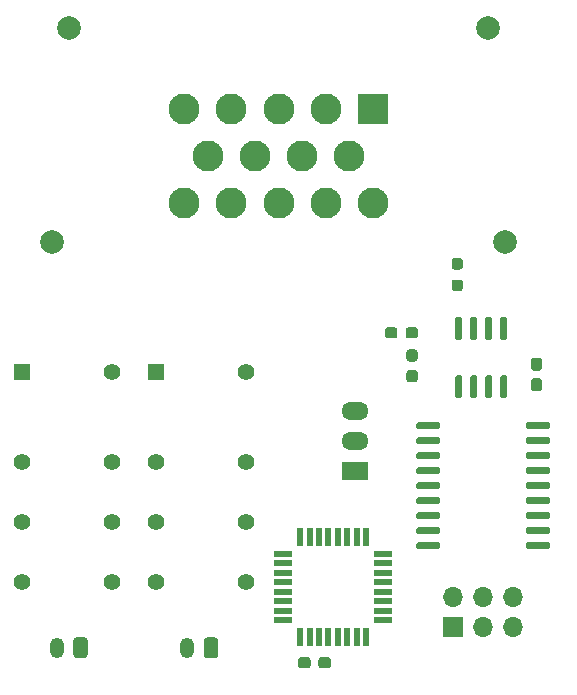
<source format=gbr>
%TF.GenerationSoftware,KiCad,Pcbnew,5.1.7-a382d34a8~88~ubuntu18.04.1*%
%TF.CreationDate,2021-02-25T09:41:41-05:00*%
%TF.ProjectId,FaultLatcher,4661756c-744c-4617-9463-6865722e6b69,rev?*%
%TF.SameCoordinates,Original*%
%TF.FileFunction,Soldermask,Top*%
%TF.FilePolarity,Negative*%
%FSLAX46Y46*%
G04 Gerber Fmt 4.6, Leading zero omitted, Abs format (unit mm)*
G04 Created by KiCad (PCBNEW 5.1.7-a382d34a8~88~ubuntu18.04.1) date 2021-02-25 09:41:41*
%MOMM*%
%LPD*%
G01*
G04 APERTURE LIST*
%ADD10C,2.000000*%
%ADD11C,2.625000*%
%ADD12R,2.625000X2.625000*%
%ADD13C,1.400000*%
%ADD14R,1.400000X1.400000*%
%ADD15O,2.300000X1.500000*%
%ADD16R,2.300000X1.500000*%
%ADD17R,0.550000X1.600000*%
%ADD18R,1.600000X0.550000*%
%ADD19O,1.200000X1.750000*%
%ADD20O,1.700000X1.700000*%
%ADD21R,1.700000X1.700000*%
G04 APERTURE END LIST*
%TO.C,R6*%
G36*
G01*
X162187900Y-94721500D02*
X161712900Y-94721500D01*
G75*
G02*
X161475400Y-94484000I0J237500D01*
G01*
X161475400Y-93984000D01*
G75*
G02*
X161712900Y-93746500I237500J0D01*
G01*
X162187900Y-93746500D01*
G75*
G02*
X162425400Y-93984000I0J-237500D01*
G01*
X162425400Y-94484000D01*
G75*
G02*
X162187900Y-94721500I-237500J0D01*
G01*
G37*
G36*
G01*
X162187900Y-96546500D02*
X161712900Y-96546500D01*
G75*
G02*
X161475400Y-96309000I0J237500D01*
G01*
X161475400Y-95809000D01*
G75*
G02*
X161712900Y-95571500I237500J0D01*
G01*
X162187900Y-95571500D01*
G75*
G02*
X162425400Y-95809000I0J-237500D01*
G01*
X162425400Y-96309000D01*
G75*
G02*
X162187900Y-96546500I-237500J0D01*
G01*
G37*
%TD*%
D10*
%TO.C,J2*%
X127612000Y-92390000D03*
X166012000Y-92390000D03*
X129112000Y-74290000D03*
X164512000Y-74290000D03*
D11*
X138812000Y-89090000D03*
X142812000Y-89090000D03*
X146812000Y-89090000D03*
X150812000Y-89090000D03*
X154812000Y-89090000D03*
X140812000Y-85090000D03*
X144812000Y-85090000D03*
X148812000Y-85090000D03*
X152812000Y-85090000D03*
X138812000Y-81090000D03*
X142812000Y-81090000D03*
X146812000Y-81090000D03*
X150812000Y-81090000D03*
D12*
X154812000Y-81090000D03*
%TD*%
D13*
%TO.C,K4*%
X144018000Y-110998000D03*
X144018000Y-121158000D03*
X144018000Y-116078000D03*
X136398000Y-110998000D03*
X136398000Y-121158000D03*
X136398000Y-116078000D03*
X144018000Y-103378000D03*
D14*
X136398000Y-103378000D03*
%TD*%
%TO.C,R7*%
G36*
G01*
X157877500Y-103220000D02*
X158352500Y-103220000D01*
G75*
G02*
X158590000Y-103457500I0J-237500D01*
G01*
X158590000Y-104032500D01*
G75*
G02*
X158352500Y-104270000I-237500J0D01*
G01*
X157877500Y-104270000D01*
G75*
G02*
X157640000Y-104032500I0J237500D01*
G01*
X157640000Y-103457500D01*
G75*
G02*
X157877500Y-103220000I237500J0D01*
G01*
G37*
G36*
G01*
X157877500Y-101470000D02*
X158352500Y-101470000D01*
G75*
G02*
X158590000Y-101707500I0J-237500D01*
G01*
X158590000Y-102282500D01*
G75*
G02*
X158352500Y-102520000I-237500J0D01*
G01*
X157877500Y-102520000D01*
G75*
G02*
X157640000Y-102282500I0J237500D01*
G01*
X157640000Y-101707500D01*
G75*
G02*
X157877500Y-101470000I237500J0D01*
G01*
G37*
%TD*%
%TO.C,D5*%
G36*
G01*
X157576000Y-100313500D02*
X157576000Y-99838500D01*
G75*
G02*
X157813500Y-99601000I237500J0D01*
G01*
X158388500Y-99601000D01*
G75*
G02*
X158626000Y-99838500I0J-237500D01*
G01*
X158626000Y-100313500D01*
G75*
G02*
X158388500Y-100551000I-237500J0D01*
G01*
X157813500Y-100551000D01*
G75*
G02*
X157576000Y-100313500I0J237500D01*
G01*
G37*
G36*
G01*
X155826000Y-100313500D02*
X155826000Y-99838500D01*
G75*
G02*
X156063500Y-99601000I237500J0D01*
G01*
X156638500Y-99601000D01*
G75*
G02*
X156876000Y-99838500I0J-237500D01*
G01*
X156876000Y-100313500D01*
G75*
G02*
X156638500Y-100551000I-237500J0D01*
G01*
X156063500Y-100551000D01*
G75*
G02*
X155826000Y-100313500I0J237500D01*
G01*
G37*
%TD*%
D15*
%TO.C,U4*%
X153289000Y-106680000D03*
X153289000Y-109220000D03*
D16*
X153289000Y-111760000D03*
%TD*%
%TO.C,U3*%
G36*
G01*
X162202000Y-100673000D02*
X161902000Y-100673000D01*
G75*
G02*
X161752000Y-100523000I0J150000D01*
G01*
X161752000Y-98873000D01*
G75*
G02*
X161902000Y-98723000I150000J0D01*
G01*
X162202000Y-98723000D01*
G75*
G02*
X162352000Y-98873000I0J-150000D01*
G01*
X162352000Y-100523000D01*
G75*
G02*
X162202000Y-100673000I-150000J0D01*
G01*
G37*
G36*
G01*
X163472000Y-100673000D02*
X163172000Y-100673000D01*
G75*
G02*
X163022000Y-100523000I0J150000D01*
G01*
X163022000Y-98873000D01*
G75*
G02*
X163172000Y-98723000I150000J0D01*
G01*
X163472000Y-98723000D01*
G75*
G02*
X163622000Y-98873000I0J-150000D01*
G01*
X163622000Y-100523000D01*
G75*
G02*
X163472000Y-100673000I-150000J0D01*
G01*
G37*
G36*
G01*
X164742000Y-100673000D02*
X164442000Y-100673000D01*
G75*
G02*
X164292000Y-100523000I0J150000D01*
G01*
X164292000Y-98873000D01*
G75*
G02*
X164442000Y-98723000I150000J0D01*
G01*
X164742000Y-98723000D01*
G75*
G02*
X164892000Y-98873000I0J-150000D01*
G01*
X164892000Y-100523000D01*
G75*
G02*
X164742000Y-100673000I-150000J0D01*
G01*
G37*
G36*
G01*
X166012000Y-100673000D02*
X165712000Y-100673000D01*
G75*
G02*
X165562000Y-100523000I0J150000D01*
G01*
X165562000Y-98873000D01*
G75*
G02*
X165712000Y-98723000I150000J0D01*
G01*
X166012000Y-98723000D01*
G75*
G02*
X166162000Y-98873000I0J-150000D01*
G01*
X166162000Y-100523000D01*
G75*
G02*
X166012000Y-100673000I-150000J0D01*
G01*
G37*
G36*
G01*
X166012000Y-105623000D02*
X165712000Y-105623000D01*
G75*
G02*
X165562000Y-105473000I0J150000D01*
G01*
X165562000Y-103823000D01*
G75*
G02*
X165712000Y-103673000I150000J0D01*
G01*
X166012000Y-103673000D01*
G75*
G02*
X166162000Y-103823000I0J-150000D01*
G01*
X166162000Y-105473000D01*
G75*
G02*
X166012000Y-105623000I-150000J0D01*
G01*
G37*
G36*
G01*
X164742000Y-105623000D02*
X164442000Y-105623000D01*
G75*
G02*
X164292000Y-105473000I0J150000D01*
G01*
X164292000Y-103823000D01*
G75*
G02*
X164442000Y-103673000I150000J0D01*
G01*
X164742000Y-103673000D01*
G75*
G02*
X164892000Y-103823000I0J-150000D01*
G01*
X164892000Y-105473000D01*
G75*
G02*
X164742000Y-105623000I-150000J0D01*
G01*
G37*
G36*
G01*
X163472000Y-105623000D02*
X163172000Y-105623000D01*
G75*
G02*
X163022000Y-105473000I0J150000D01*
G01*
X163022000Y-103823000D01*
G75*
G02*
X163172000Y-103673000I150000J0D01*
G01*
X163472000Y-103673000D01*
G75*
G02*
X163622000Y-103823000I0J-150000D01*
G01*
X163622000Y-105473000D01*
G75*
G02*
X163472000Y-105623000I-150000J0D01*
G01*
G37*
G36*
G01*
X162202000Y-105623000D02*
X161902000Y-105623000D01*
G75*
G02*
X161752000Y-105473000I0J150000D01*
G01*
X161752000Y-103823000D01*
G75*
G02*
X161902000Y-103673000I150000J0D01*
G01*
X162202000Y-103673000D01*
G75*
G02*
X162352000Y-103823000I0J-150000D01*
G01*
X162352000Y-105473000D01*
G75*
G02*
X162202000Y-105623000I-150000J0D01*
G01*
G37*
%TD*%
%TO.C,U2*%
G36*
G01*
X160508000Y-117960000D02*
X160508000Y-118260000D01*
G75*
G02*
X160358000Y-118410000I-150000J0D01*
G01*
X158608000Y-118410000D01*
G75*
G02*
X158458000Y-118260000I0J150000D01*
G01*
X158458000Y-117960000D01*
G75*
G02*
X158608000Y-117810000I150000J0D01*
G01*
X160358000Y-117810000D01*
G75*
G02*
X160508000Y-117960000I0J-150000D01*
G01*
G37*
G36*
G01*
X160508000Y-116690000D02*
X160508000Y-116990000D01*
G75*
G02*
X160358000Y-117140000I-150000J0D01*
G01*
X158608000Y-117140000D01*
G75*
G02*
X158458000Y-116990000I0J150000D01*
G01*
X158458000Y-116690000D01*
G75*
G02*
X158608000Y-116540000I150000J0D01*
G01*
X160358000Y-116540000D01*
G75*
G02*
X160508000Y-116690000I0J-150000D01*
G01*
G37*
G36*
G01*
X160508000Y-115420000D02*
X160508000Y-115720000D01*
G75*
G02*
X160358000Y-115870000I-150000J0D01*
G01*
X158608000Y-115870000D01*
G75*
G02*
X158458000Y-115720000I0J150000D01*
G01*
X158458000Y-115420000D01*
G75*
G02*
X158608000Y-115270000I150000J0D01*
G01*
X160358000Y-115270000D01*
G75*
G02*
X160508000Y-115420000I0J-150000D01*
G01*
G37*
G36*
G01*
X160508000Y-114150000D02*
X160508000Y-114450000D01*
G75*
G02*
X160358000Y-114600000I-150000J0D01*
G01*
X158608000Y-114600000D01*
G75*
G02*
X158458000Y-114450000I0J150000D01*
G01*
X158458000Y-114150000D01*
G75*
G02*
X158608000Y-114000000I150000J0D01*
G01*
X160358000Y-114000000D01*
G75*
G02*
X160508000Y-114150000I0J-150000D01*
G01*
G37*
G36*
G01*
X160508000Y-112880000D02*
X160508000Y-113180000D01*
G75*
G02*
X160358000Y-113330000I-150000J0D01*
G01*
X158608000Y-113330000D01*
G75*
G02*
X158458000Y-113180000I0J150000D01*
G01*
X158458000Y-112880000D01*
G75*
G02*
X158608000Y-112730000I150000J0D01*
G01*
X160358000Y-112730000D01*
G75*
G02*
X160508000Y-112880000I0J-150000D01*
G01*
G37*
G36*
G01*
X160508000Y-111610000D02*
X160508000Y-111910000D01*
G75*
G02*
X160358000Y-112060000I-150000J0D01*
G01*
X158608000Y-112060000D01*
G75*
G02*
X158458000Y-111910000I0J150000D01*
G01*
X158458000Y-111610000D01*
G75*
G02*
X158608000Y-111460000I150000J0D01*
G01*
X160358000Y-111460000D01*
G75*
G02*
X160508000Y-111610000I0J-150000D01*
G01*
G37*
G36*
G01*
X160508000Y-110340000D02*
X160508000Y-110640000D01*
G75*
G02*
X160358000Y-110790000I-150000J0D01*
G01*
X158608000Y-110790000D01*
G75*
G02*
X158458000Y-110640000I0J150000D01*
G01*
X158458000Y-110340000D01*
G75*
G02*
X158608000Y-110190000I150000J0D01*
G01*
X160358000Y-110190000D01*
G75*
G02*
X160508000Y-110340000I0J-150000D01*
G01*
G37*
G36*
G01*
X160508000Y-109070000D02*
X160508000Y-109370000D01*
G75*
G02*
X160358000Y-109520000I-150000J0D01*
G01*
X158608000Y-109520000D01*
G75*
G02*
X158458000Y-109370000I0J150000D01*
G01*
X158458000Y-109070000D01*
G75*
G02*
X158608000Y-108920000I150000J0D01*
G01*
X160358000Y-108920000D01*
G75*
G02*
X160508000Y-109070000I0J-150000D01*
G01*
G37*
G36*
G01*
X160508000Y-107800000D02*
X160508000Y-108100000D01*
G75*
G02*
X160358000Y-108250000I-150000J0D01*
G01*
X158608000Y-108250000D01*
G75*
G02*
X158458000Y-108100000I0J150000D01*
G01*
X158458000Y-107800000D01*
G75*
G02*
X158608000Y-107650000I150000J0D01*
G01*
X160358000Y-107650000D01*
G75*
G02*
X160508000Y-107800000I0J-150000D01*
G01*
G37*
G36*
G01*
X169808000Y-107800000D02*
X169808000Y-108100000D01*
G75*
G02*
X169658000Y-108250000I-150000J0D01*
G01*
X167908000Y-108250000D01*
G75*
G02*
X167758000Y-108100000I0J150000D01*
G01*
X167758000Y-107800000D01*
G75*
G02*
X167908000Y-107650000I150000J0D01*
G01*
X169658000Y-107650000D01*
G75*
G02*
X169808000Y-107800000I0J-150000D01*
G01*
G37*
G36*
G01*
X169808000Y-109070000D02*
X169808000Y-109370000D01*
G75*
G02*
X169658000Y-109520000I-150000J0D01*
G01*
X167908000Y-109520000D01*
G75*
G02*
X167758000Y-109370000I0J150000D01*
G01*
X167758000Y-109070000D01*
G75*
G02*
X167908000Y-108920000I150000J0D01*
G01*
X169658000Y-108920000D01*
G75*
G02*
X169808000Y-109070000I0J-150000D01*
G01*
G37*
G36*
G01*
X169808000Y-110340000D02*
X169808000Y-110640000D01*
G75*
G02*
X169658000Y-110790000I-150000J0D01*
G01*
X167908000Y-110790000D01*
G75*
G02*
X167758000Y-110640000I0J150000D01*
G01*
X167758000Y-110340000D01*
G75*
G02*
X167908000Y-110190000I150000J0D01*
G01*
X169658000Y-110190000D01*
G75*
G02*
X169808000Y-110340000I0J-150000D01*
G01*
G37*
G36*
G01*
X169808000Y-111610000D02*
X169808000Y-111910000D01*
G75*
G02*
X169658000Y-112060000I-150000J0D01*
G01*
X167908000Y-112060000D01*
G75*
G02*
X167758000Y-111910000I0J150000D01*
G01*
X167758000Y-111610000D01*
G75*
G02*
X167908000Y-111460000I150000J0D01*
G01*
X169658000Y-111460000D01*
G75*
G02*
X169808000Y-111610000I0J-150000D01*
G01*
G37*
G36*
G01*
X169808000Y-112880000D02*
X169808000Y-113180000D01*
G75*
G02*
X169658000Y-113330000I-150000J0D01*
G01*
X167908000Y-113330000D01*
G75*
G02*
X167758000Y-113180000I0J150000D01*
G01*
X167758000Y-112880000D01*
G75*
G02*
X167908000Y-112730000I150000J0D01*
G01*
X169658000Y-112730000D01*
G75*
G02*
X169808000Y-112880000I0J-150000D01*
G01*
G37*
G36*
G01*
X169808000Y-114150000D02*
X169808000Y-114450000D01*
G75*
G02*
X169658000Y-114600000I-150000J0D01*
G01*
X167908000Y-114600000D01*
G75*
G02*
X167758000Y-114450000I0J150000D01*
G01*
X167758000Y-114150000D01*
G75*
G02*
X167908000Y-114000000I150000J0D01*
G01*
X169658000Y-114000000D01*
G75*
G02*
X169808000Y-114150000I0J-150000D01*
G01*
G37*
G36*
G01*
X169808000Y-115420000D02*
X169808000Y-115720000D01*
G75*
G02*
X169658000Y-115870000I-150000J0D01*
G01*
X167908000Y-115870000D01*
G75*
G02*
X167758000Y-115720000I0J150000D01*
G01*
X167758000Y-115420000D01*
G75*
G02*
X167908000Y-115270000I150000J0D01*
G01*
X169658000Y-115270000D01*
G75*
G02*
X169808000Y-115420000I0J-150000D01*
G01*
G37*
G36*
G01*
X169808000Y-116690000D02*
X169808000Y-116990000D01*
G75*
G02*
X169658000Y-117140000I-150000J0D01*
G01*
X167908000Y-117140000D01*
G75*
G02*
X167758000Y-116990000I0J150000D01*
G01*
X167758000Y-116690000D01*
G75*
G02*
X167908000Y-116540000I150000J0D01*
G01*
X169658000Y-116540000D01*
G75*
G02*
X169808000Y-116690000I0J-150000D01*
G01*
G37*
G36*
G01*
X169808000Y-117960000D02*
X169808000Y-118260000D01*
G75*
G02*
X169658000Y-118410000I-150000J0D01*
G01*
X167908000Y-118410000D01*
G75*
G02*
X167758000Y-118260000I0J150000D01*
G01*
X167758000Y-117960000D01*
G75*
G02*
X167908000Y-117810000I150000J0D01*
G01*
X169658000Y-117810000D01*
G75*
G02*
X169808000Y-117960000I0J-150000D01*
G01*
G37*
%TD*%
D17*
%TO.C,U1*%
X154241000Y-117357000D03*
X153441000Y-117357000D03*
X152641000Y-117357000D03*
X151841000Y-117357000D03*
X151041000Y-117357000D03*
X150241000Y-117357000D03*
X149441000Y-117357000D03*
X148641000Y-117357000D03*
D18*
X147191000Y-118807000D03*
X147191000Y-119607000D03*
X147191000Y-120407000D03*
X147191000Y-121207000D03*
X147191000Y-122007000D03*
X147191000Y-122807000D03*
X147191000Y-123607000D03*
X147191000Y-124407000D03*
D17*
X148641000Y-125857000D03*
X149441000Y-125857000D03*
X150241000Y-125857000D03*
X151041000Y-125857000D03*
X151841000Y-125857000D03*
X152641000Y-125857000D03*
X153441000Y-125857000D03*
X154241000Y-125857000D03*
D18*
X155691000Y-124407000D03*
X155691000Y-123607000D03*
X155691000Y-122807000D03*
X155691000Y-122007000D03*
X155691000Y-121207000D03*
X155691000Y-120407000D03*
X155691000Y-119607000D03*
X155691000Y-118807000D03*
%TD*%
D19*
%TO.C,IMD1*%
X139097000Y-126746000D03*
G36*
G01*
X141697000Y-126120999D02*
X141697000Y-127371001D01*
G75*
G02*
X141447001Y-127621000I-249999J0D01*
G01*
X140746999Y-127621000D01*
G75*
G02*
X140497000Y-127371001I0J249999D01*
G01*
X140497000Y-126120999D01*
G75*
G02*
X140746999Y-125871000I249999J0D01*
G01*
X141447001Y-125871000D01*
G75*
G02*
X141697000Y-126120999I0J-249999D01*
G01*
G37*
%TD*%
%TO.C,BMS1*%
X128048000Y-126746000D03*
G36*
G01*
X130648000Y-126120999D02*
X130648000Y-127371001D01*
G75*
G02*
X130398001Y-127621000I-249999J0D01*
G01*
X129697999Y-127621000D01*
G75*
G02*
X129448000Y-127371001I0J249999D01*
G01*
X129448000Y-126120999D01*
G75*
G02*
X129697999Y-125871000I249999J0D01*
G01*
X130398001Y-125871000D01*
G75*
G02*
X130648000Y-126120999I0J-249999D01*
G01*
G37*
%TD*%
D13*
%TO.C,K1*%
X132715000Y-110998000D03*
X132715000Y-121158000D03*
X132715000Y-116078000D03*
X125095000Y-110998000D03*
X125095000Y-121158000D03*
X125095000Y-116078000D03*
X132715000Y-103378000D03*
D14*
X125095000Y-103378000D03*
%TD*%
D20*
%TO.C,J1*%
X166624000Y-122428000D03*
X166624000Y-124968000D03*
X164084000Y-122428000D03*
X164084000Y-124968000D03*
X161544000Y-122428000D03*
D21*
X161544000Y-124968000D03*
%TD*%
%TO.C,C4*%
G36*
G01*
X168418500Y-103930500D02*
X168893500Y-103930500D01*
G75*
G02*
X169131000Y-104168000I0J-237500D01*
G01*
X169131000Y-104768000D01*
G75*
G02*
X168893500Y-105005500I-237500J0D01*
G01*
X168418500Y-105005500D01*
G75*
G02*
X168181000Y-104768000I0J237500D01*
G01*
X168181000Y-104168000D01*
G75*
G02*
X168418500Y-103930500I237500J0D01*
G01*
G37*
G36*
G01*
X168418500Y-102205500D02*
X168893500Y-102205500D01*
G75*
G02*
X169131000Y-102443000I0J-237500D01*
G01*
X169131000Y-103043000D01*
G75*
G02*
X168893500Y-103280500I-237500J0D01*
G01*
X168418500Y-103280500D01*
G75*
G02*
X168181000Y-103043000I0J237500D01*
G01*
X168181000Y-102443000D01*
G75*
G02*
X168418500Y-102205500I237500J0D01*
G01*
G37*
%TD*%
%TO.C,C1*%
G36*
G01*
X151260000Y-127778500D02*
X151260000Y-128253500D01*
G75*
G02*
X151022500Y-128491000I-237500J0D01*
G01*
X150422500Y-128491000D01*
G75*
G02*
X150185000Y-128253500I0J237500D01*
G01*
X150185000Y-127778500D01*
G75*
G02*
X150422500Y-127541000I237500J0D01*
G01*
X151022500Y-127541000D01*
G75*
G02*
X151260000Y-127778500I0J-237500D01*
G01*
G37*
G36*
G01*
X149535000Y-127778500D02*
X149535000Y-128253500D01*
G75*
G02*
X149297500Y-128491000I-237500J0D01*
G01*
X148697500Y-128491000D01*
G75*
G02*
X148460000Y-128253500I0J237500D01*
G01*
X148460000Y-127778500D01*
G75*
G02*
X148697500Y-127541000I237500J0D01*
G01*
X149297500Y-127541000D01*
G75*
G02*
X149535000Y-127778500I0J-237500D01*
G01*
G37*
%TD*%
M02*

</source>
